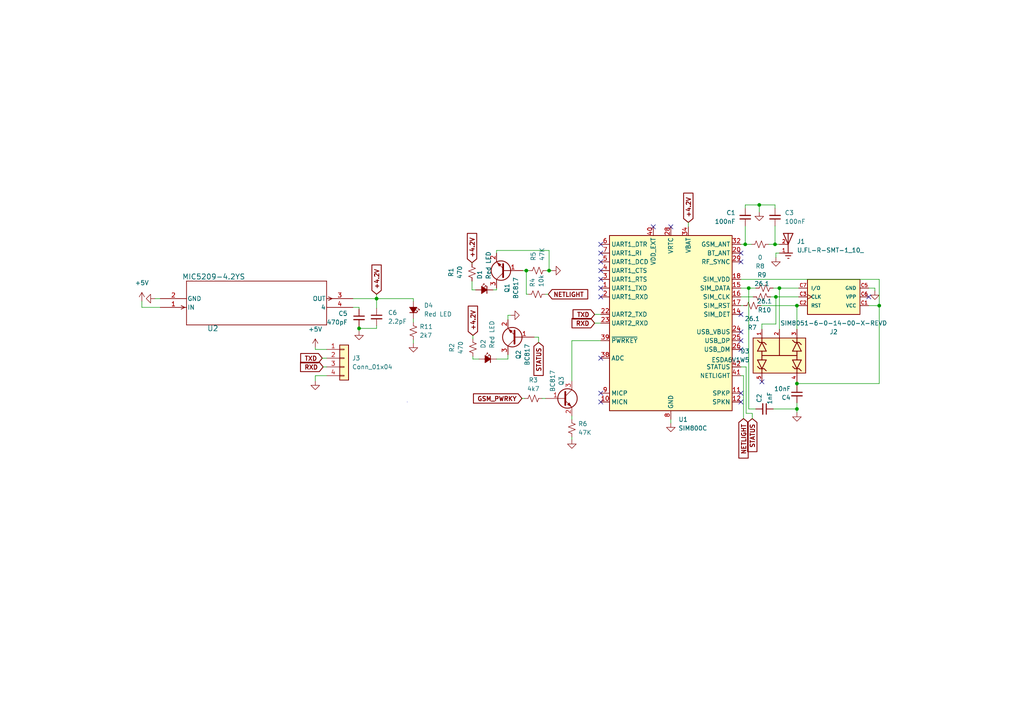
<source format=kicad_sch>
(kicad_sch (version 20231120) (generator "eeschema") (generator_version "8.0")
  (paper "A4")
  (lib_symbols
    (symbol "Connector_Generic:Conn_01x04" (pin_names (offset 1.016) hide)
      (property "Reference" "J" (at 0 5.08 0))
      (property "Value" "Conn_01x04" (at 0 -7.62 0))
      (symbol "Conn_01x04_1_1"
        (rectangle (start -1.27 -4.953) (end 0 -5.207) (stroke (width 0.1524)))
        (rectangle (start -1.27 -2.413) (end 0 -2.667) (stroke (width 0.1524)))
        (rectangle (start -1.27 0.127) (end 0 -0.127) (stroke (width 0.1524)))
        (rectangle (start -1.27 2.667) (end 0 2.413) (stroke (width 0.1524)))
        (rectangle (start -1.27 3.81) (end 1.27 -6.35) (stroke (width 0.254)) (fill (type background)))
        (pin passive line (at -5.08 2.54 0) (length 3.81) (name "Pin_1") (number "1"))
        (pin passive line (at -5.08 0 0) (length 3.81) (name "Pin_2") (number "2"))
        (pin passive line (at -5.08 -2.54 0) (length 3.81) (name "Pin_3") (number "3"))
        (pin passive line (at -5.08 -5.08 0) (length 3.81) (name "Pin_4") (number "4"))
      )
    )
    (symbol "Device:C_Small" (pin_numbers hide) (pin_names (offset 0.254) hide)
      (property "Reference" "C" (at 0.254 1.778 0))
      (property "Value" "C_Small" (at 0.254 -2.032 0))
      (symbol "C_Small_0_1"
        (polyline (pts (xy -1.524 -0.508) (xy 1.524 -0.508)) (stroke (width 0.3302)))
        (polyline (pts (xy -1.524 0.508) (xy 1.524 0.508)) (stroke (width 0.3048)))
      )
      (symbol "C_Small_1_1"
        (pin passive line (at 0 2.54 270) (length 2.032) (name "~") (number "1"))
        (pin passive line (at 0 -2.54 90) (length 2.032) (name "~") (number "2"))
      )
    )
    (symbol "Device:LED_Small_Filled" (pin_numbers hide) (pin_names (offset 0.254) hide)
      (property "Reference" "D" (at -1.27 3.175 0))
      (property "Value" "LED_Small_Filled" (at -4.445 -2.54 0))
      (symbol "LED_Small_Filled_0_1"
        (polyline (pts (xy -0.762 -1.016) (xy -0.762 1.016)) (stroke (width 0.254)))
        (polyline (pts (xy 1.016 0) (xy -0.762 0)))
        (polyline (pts (xy 0.762 -1.016) (xy -0.762 0) (xy 0.762 1.016) (xy 0.762 -1.016)) (stroke (width 0.254)) (fill (type outline)))
        (polyline (pts (xy 0 0.762) (xy -0.508 1.27) (xy -0.254 1.27) (xy -0.508 1.27) (xy -0.508 1.016)))
        (polyline (pts (xy 0.508 1.27) (xy 0 1.778) (xy 0.254 1.778) (xy 0 1.778) (xy 0 1.524)))
      )
      (symbol "LED_Small_Filled_1_1"
        (pin passive line (at -2.54 0 0) (length 1.778) (name "K") (number "1"))
        (pin passive line (at 2.54 0 180) (length 1.778) (name "A") (number "2"))
      )
    )
    (symbol "Device:R_Small_US" (pin_numbers hide) (pin_names (offset 0.254) hide)
      (property "Reference" "R" (at 0.762 0.508 0))
      (property "Value" "R_Small_US" (at 0.762 -1.016 0))
      (symbol "R_Small_US_1_1"
        (polyline (pts (xy 0 0) (xy 1.016 -0.381) (xy 0 -0.762) (xy -1.016 -1.143) (xy 0 -1.524)))
        (polyline (pts (xy 0 1.524) (xy 1.016 1.143) (xy 0 0.762) (xy -1.016 0.381) (xy 0 0)))
        (pin passive line (at 0 2.54 270) (length 1.016) (name "~") (number "1"))
        (pin passive line (at 0 -2.54 90) (length 1.016) (name "~") (number "2"))
      )
    )
    (symbol "ESDA6V1W5:ESDA6V1W5" (pin_names (offset 1.016))
      (property "Reference" "D" (at -5.08 8.89 0))
      (property "Value" "ESDA6V1W5" (at -5.08 -8.89 0))
      (symbol "ESDA6V1W5_0_0"
        (rectangle (start -5.08 -7.62) (end 5.08 7.62) (stroke (width 0.254)) (fill (type background)))
        (polyline (pts (xy -5.08 -5.08) (xy -3.81 -5.08)) (stroke (width 0.254)))
        (polyline (pts (xy -5.08 5.08) (xy -3.81 5.08)) (stroke (width 0.254)))
        (polyline (pts (xy -3.81 -5.715) (xy -3.81 -5.08)) (stroke (width 0.254)))
        (polyline (pts (xy -3.81 -5.08) (xy -3.81 -4.445)) (stroke (width 0.254)))
        (polyline (pts (xy -3.81 -5.08) (xy -1.27 -6.35)) (stroke (width 0.254)))
        (polyline (pts (xy -3.81 -4.445) (xy -4.445 -3.81)) (stroke (width 0.254)))
        (polyline (pts (xy -3.81 4.445) (xy -3.81 5.08)) (stroke (width 0.254)))
        (polyline (pts (xy -3.81 5.08) (xy -3.81 5.715)) (stroke (width 0.254)))
        (polyline (pts (xy -3.81 5.08) (xy -1.27 3.81)) (stroke (width 0.254)))
        (polyline (pts (xy -3.81 5.715) (xy -4.445 6.35)) (stroke (width 0.254)))
        (polyline (pts (xy -3.175 -6.35) (xy -3.81 -5.715)) (stroke (width 0.254)))
        (polyline (pts (xy -3.175 3.81) (xy -3.81 4.445)) (stroke (width 0.254)))
        (polyline (pts (xy -1.27 -6.35) (xy -1.27 -5.08)) (stroke (width 0.254)))
        (polyline (pts (xy -1.27 -5.08) (xy -1.27 -3.81)) (stroke (width 0.254)))
        (polyline (pts (xy -1.27 -3.81) (xy -3.81 -5.08)) (stroke (width 0.254)))
        (polyline (pts (xy -1.27 3.81) (xy -1.27 5.08)) (stroke (width 0.254)))
        (polyline (pts (xy -1.27 5.08) (xy -1.27 6.35)) (stroke (width 0.254)))
        (polyline (pts (xy -1.27 6.35) (xy -3.81 5.08)) (stroke (width 0.254)))
        (polyline (pts (xy 0 -5.08) (xy -1.27 -5.08)) (stroke (width 0.254)))
        (polyline (pts (xy 0 0) (xy -5.08 0)) (stroke (width 0.254)))
        (polyline (pts (xy 0 0) (xy 0 -5.08)) (stroke (width 0.254)))
        (polyline (pts (xy 0 5.08) (xy -1.27 5.08)) (stroke (width 0.254)))
        (polyline (pts (xy 0 5.08) (xy 0 0)) (stroke (width 0.254)))
        (polyline (pts (xy 1.27 -6.35) (xy 3.81 -5.08)) (stroke (width 0.254)))
        (polyline (pts (xy 1.27 -5.08) (xy 0 -5.08)) (stroke (width 0.254)))
        (polyline (pts (xy 1.27 -5.08) (xy 1.27 -6.35)) (stroke (width 0.254)))
        (polyline (pts (xy 1.27 -3.81) (xy 1.27 -5.08)) (stroke (width 0.254)))
        (polyline (pts (xy 1.27 3.81) (xy 3.81 5.08)) (stroke (width 0.254)))
        (polyline (pts (xy 1.27 5.08) (xy 0 5.08)) (stroke (width 0.254)))
        (polyline (pts (xy 1.27 5.08) (xy 1.27 3.81)) (stroke (width 0.254)))
        (polyline (pts (xy 1.27 6.35) (xy 1.27 5.08)) (stroke (width 0.254)))
        (polyline (pts (xy 3.175 -3.81) (xy 3.81 -4.445)) (stroke (width 0.254)))
        (polyline (pts (xy 3.175 6.35) (xy 3.81 5.715)) (stroke (width 0.254)))
        (polyline (pts (xy 3.81 -5.715) (xy 4.445 -6.35)) (stroke (width 0.254)))
        (polyline (pts (xy 3.81 -5.08) (xy 1.27 -3.81)) (stroke (width 0.254)))
        (polyline (pts (xy 3.81 -5.08) (xy 3.81 -5.715)) (stroke (width 0.254)))
        (polyline (pts (xy 3.81 -4.445) (xy 3.81 -5.08)) (stroke (width 0.254)))
        (polyline (pts (xy 3.81 4.445) (xy 4.445 3.81)) (stroke (width 0.254)))
        (polyline (pts (xy 3.81 5.08) (xy 1.27 6.35)) (stroke (width 0.254)))
        (polyline (pts (xy 3.81 5.08) (xy 3.81 4.445)) (stroke (width 0.254)))
        (polyline (pts (xy 3.81 5.715) (xy 3.81 5.08)) (stroke (width 0.254)))
        (polyline (pts (xy 5.08 -5.08) (xy 3.81 -5.08)) (stroke (width 0.254)))
        (polyline (pts (xy 5.08 5.08) (xy 3.81 5.08)) (stroke (width 0.254)))
        (pin passive line (at -7.62 5.08 0) (length 2.54) (name "~") (number "1"))
        (pin passive line (at -7.62 0 0) (length 2.54) (name "~") (number "2"))
        (pin passive line (at -7.62 -5.08 0) (length 2.54) (name "~") (number "3"))
        (pin passive line (at 7.62 -5.08 180) (length 2.54) (name "~") (number "4"))
        (pin passive line (at 7.62 5.08 180) (length 2.54) (name "~") (number "5"))
      )
    )
    (symbol "MIC5209_4_2YM:MIC5209-4.2YS" (pin_names (offset 0.254))
      (property "Reference" "U" (at 27.94 10.16 0))
      (property "Value" "MIC5209-4.2YS" (at 27.94 7.62 0))
      (symbol "MIC5209-4.2YS_0_1"
        (polyline (pts (xy 7.0993 0) (xy 6.0579 -0.5207)) (stroke (width 0.2032)))
        (polyline (pts (xy 7.0993 0) (xy 6.0579 0.5207)) (stroke (width 0.2032)))
        (polyline (pts (xy 7.62 -7.62) (xy 48.26 -7.62)) (stroke (width 0.2032)))
        (polyline (pts (xy 7.62 5.08) (xy 7.62 -7.62)) (stroke (width 0.2032)))
        (polyline (pts (xy 48.26 -7.62) (xy 48.26 5.08)) (stroke (width 0.2032)))
        (polyline (pts (xy 48.26 5.08) (xy 7.62 5.08)) (stroke (width 0.2032)))
        (polyline (pts (xy 48.7807 -3.0607) (xy 49.8221 -2.54)) (stroke (width 0.2032)))
        (polyline (pts (xy 48.7807 -2.0193) (xy 49.8221 -2.54)) (stroke (width 0.2032)))
        (pin input line (at 0 0 0) (length 7.62) (name "IN") (number "1"))
        (pin power_in line (at 0 -2.54 0) (length 7.62) (name "GND") (number "2"))
        (pin output line (at 55.88 -2.54 180) (length 7.62) (name "OUT") (number "3"))
        (pin unspecified line (at 55.88 0 180) (length 7.62) (name "4") (number "4"))
      )
    )
    (symbol "RF_GSM:SIM800C"
      (property "Reference" "U" (at -15.24 26.67 0))
      (property "Value" "SIM800C" (at 12.7 26.67 0))
      (symbol "SIM800C_0_1"
        (rectangle (start -17.78 25.4) (end 17.78 -25.4) (stroke (width 0.254)) (fill (type background)))
      )
      (symbol "SIM800C_1_1"
        (pin output line (at -20.32 10.16 0) (length 2.54) (name "UART1_TXD") (number "1"))
        (pin input line (at -20.32 -22.86 0) (length 2.54) (name "MICN") (number "10"))
        (pin output line (at 20.32 -20.32 180) (length 2.54) (name "SPKP") (number "11"))
        (pin output line (at 20.32 -22.86 180) (length 2.54) (name "SPKN") (number "12"))
        (pin passive line (at 0 -27.94 90) (length 2.54) hide (name "GND") (number "13"))
        (pin input line (at 20.32 2.54 180) (length 2.54) (name "SIM_DET") (number "14"))
        (pin bidirectional line (at 20.32 10.16 180) (length 2.54) (name "SIM_DATA") (number "15"))
        (pin output line (at 20.32 7.62 180) (length 2.54) (name "SIM_CLK") (number "16"))
        (pin output line (at 20.32 5.08 180) (length 2.54) (name "SIM_RST") (number "17"))
        (pin power_out line (at 20.32 12.7 180) (length 2.54) (name "SIM_VDD") (number "18"))
        (pin passive line (at 0 -27.94 90) (length 2.54) hide (name "GND") (number "19"))
        (pin input line (at -20.32 7.62 0) (length 2.54) (name "UART1_RXD") (number "2"))
        (pin passive line (at 20.32 20.32 180) (length 2.54) (name "BT_ANT") (number "20"))
        (pin passive line (at 0 -27.94 90) (length 2.54) hide (name "GND") (number "21"))
        (pin output line (at -20.32 2.54 0) (length 2.54) (name "UART2_TXD") (number "22"))
        (pin input line (at -20.32 0 0) (length 2.54) (name "UART2_RXD") (number "23"))
        (pin input line (at 20.32 -2.54 180) (length 2.54) (name "USB_VBUS") (number "24"))
        (pin bidirectional line (at 20.32 -5.08 180) (length 2.54) (name "USB_DP") (number "25"))
        (pin bidirectional line (at 20.32 -7.62 180) (length 2.54) (name "USB_DM") (number "26"))
        (pin passive line (at 0 -27.94 90) (length 2.54) hide (name "GND") (number "27"))
        (pin power_in line (at 0 27.94 270) (length 2.54) (name "VRTC") (number "28"))
        (pin output line (at 20.32 17.78 180) (length 2.54) (name "RF_SYNC") (number "29"))
        (pin input line (at -20.32 12.7 0) (length 2.54) (name "UART1_RTS") (number "3"))
        (pin passive line (at 0 -27.94 90) (length 2.54) hide (name "GND") (number "30"))
        (pin passive line (at 0 -27.94 90) (length 2.54) hide (name "GND") (number "31"))
        (pin passive line (at 20.32 22.86 180) (length 2.54) (name "GSM_ANT") (number "32"))
        (pin passive line (at 0 -27.94 90) (length 2.54) hide (name "GND") (number "33"))
        (pin power_in line (at 5.08 27.94 270) (length 2.54) (name "VBAT") (number "34"))
        (pin passive line (at 5.08 27.94 270) (length 2.54) hide (name "VBAT") (number "35"))
        (pin passive line (at 0 -27.94 90) (length 2.54) hide (name "GND") (number "36"))
        (pin passive line (at 0 -27.94 90) (length 2.54) hide (name "GND") (number "37"))
        (pin input line (at -20.32 -10.16 0) (length 2.54) (name "ADC") (number "38"))
        (pin input line (at -20.32 -5.08 0) (length 2.54) (name "~{PWRKEY}") (number "39"))
        (pin output line (at -20.32 15.24 0) (length 2.54) (name "UART1_CTS") (number "4"))
        (pin power_out line (at -5.08 27.94 270) (length 2.54) (name "VDD_EXT") (number "40"))
        (pin output line (at 20.32 -15.24 180) (length 2.54) (name "NETLIGHT") (number "41"))
        (pin output line (at 20.32 -12.7 180) (length 2.54) (name "STATUS") (number "42"))
        (pin output line (at -20.32 17.78 0) (length 2.54) (name "UART1_DCD") (number "5"))
        (pin input line (at -20.32 22.86 0) (length 2.54) (name "UART1_DTR") (number "6"))
        (pin output line (at -20.32 20.32 0) (length 2.54) (name "UART1_RI") (number "7"))
        (pin power_in line (at 0 -27.94 90) (length 2.54) (name "GND") (number "8"))
        (pin input line (at -20.32 -20.32 0) (length 2.54) (name "MICP") (number "9"))
      )
    )
    (symbol "SIM8051-6-0-14-00-X-REVD:SIM8051-6-0-14-00-X-REVD" (pin_names (offset 1.016))
      (property "Reference" "J" (at -7.6275 5.5935 0))
      (property "Value" "SIM8051-6-0-14-00-X-REVD" (at -7.6344 -7.6344 0))
      (symbol "SIM8051-6-0-14-00-X-REVD_0_0"
        (rectangle (start -7.62 -5.08) (end 7.62 5.08) (stroke (width 0.254)) (fill (type background)))
        (pin power_in line (at 10.16 2.54 180) (length 2.54) (name "VCC") (number "C1"))
        (pin input line (at -10.16 2.54 0) (length 2.54) (name "RST") (number "C2"))
        (pin input clock (at -10.16 0 0) (length 2.54) (name "CLK") (number "C3"))
        (pin power_in line (at 10.16 -2.54 180) (length 2.54) (name "GND") (number "C5"))
        (pin power_in line (at 10.16 0 180) (length 2.54) (name "VPP") (number "C6"))
        (pin bidirectional line (at -10.16 -2.54 0) (length 2.54) (name "I/O") (number "C7"))
      )
    )
    (symbol "Transistor_BJT:BC817" (pin_names (offset 0) hide)
      (property "Reference" "Q" (at 5.08 1.905 0))
      (property "Value" "BC817" (at 5.08 0 0))
      (symbol "BC817_0_1"
        (polyline (pts (xy 0.635 0.635) (xy 2.54 2.54)))
        (polyline (pts (xy 0.635 -0.635) (xy 2.54 -2.54) (xy 2.54 -2.54)))
        (polyline (pts (xy 0.635 1.905) (xy 0.635 -1.905) (xy 0.635 -1.905)) (stroke (width 0.508)))
        (polyline (pts (xy 1.27 -1.778) (xy 1.778 -1.27) (xy 2.286 -2.286) (xy 1.27 -1.778) (xy 1.27 -1.778)) (fill (type outline)))
        (circle (center 1.27 0) (radius 2.8194) (stroke (width 0.254)))
      )
      (symbol "BC817_1_1"
        (pin input line (at -5.08 0 0) (length 5.715) (name "B") (number "1"))
        (pin passive line (at 2.54 -5.08 90) (length 2.54) (name "E") (number "2"))
        (pin passive line (at 2.54 5.08 270) (length 2.54) (name "C") (number "3"))
      )
    )
    (symbol "U.FL-R-SMT-1_10_:U.FL-R-SMT-1_10_" (pin_names (offset 1.016))
      (property "Reference" "J" (at -2.5406 5.0869 0))
      (property "Value" "U.FL-R-SMT-1_10_" (at -2.6677 -7.6346 0))
      (symbol "U.FL-R-SMT-1_10__0_0"
        (polyline (pts (xy -1.397 3.175) (xy 0 3.175)) (stroke (width 0.254)))
        (polyline (pts (xy -0.762 -3.302) (xy 0.762 -3.302)) (stroke (width 0.254)))
        (polyline (pts (xy -0.127 -4.064) (xy 0.254 -4.064)) (stroke (width 0.254)))
        (polyline (pts (xy 0 -2.54) (xy -1.27 -2.54)) (stroke (width 0.254)))
        (polyline (pts (xy 0 -2.54) (xy 1.27 -2.54)) (stroke (width 0.254)))
        (polyline (pts (xy 0 0) (xy -1.397 3.175)) (stroke (width 0.254)))
        (polyline (pts (xy 0 0) (xy 0 -2.54)) (stroke (width 0.254)))
        (polyline (pts (xy 0 3.175) (xy 0 0)) (stroke (width 0.254)))
        (polyline (pts (xy 0 3.175) (xy 1.397 3.175)) (stroke (width 0.254)))
        (polyline (pts (xy 1.397 3.175) (xy 0 0)) (stroke (width 0.254)))
        (pin passive line (at -2.54 -2.54 0) (length 2.54) (name "~") (number "1"))
        (pin passive line (at -2.54 0 0) (length 2.54) (name "~") (number "2"))
      )
    )
    (symbol "power:+5V" (power) (pin_names (offset 0))
      (property "Value" "+5V" (at 0 3.556 0))
      (symbol "+5V_0_1"
        (polyline (pts (xy -0.762 1.27) (xy 0 2.54)))
        (polyline (pts (xy 0 0) (xy 0 2.54)))
        (polyline (pts (xy 0 2.54) (xy 0.762 1.27)))
      )
      (symbol "+5V_1_1"
        (pin power_in line (at 0 0 90) (length 0) hide (name "+5V") (number "1"))
      )
    )
    (symbol "power:GND" (power) (pin_names (offset 0))
      (property "Value" "GND" (at 0 -3.81 0))
      (symbol "GND_0_1"
        (polyline (pts (xy 0 0) (xy 0 -1.27) (xy 1.27 -1.27) (xy 0 -2.54) (xy -1.27 -1.27) (xy 0 -1.27)))
      )
      (symbol "GND_1_1"
        (pin power_in line (at 0 0 270) (length 0) hide (name "GND") (number "1"))
      )
    )
  )
  (junction (at 255.016 88.646))
  (junction (at 152.654 78.486))
  (junction (at 226.06 83.566))
  (junction (at 159.258 78.486))
  (junction (at 220.218 59.436))
  (junction (at 231.14 118.618))
  (junction (at 217.17 83.566))
  (junction (at 224.79 70.866))
  (junction (at 231.14 88.646))
  (junction (at 104.14 95.25))
  (junction (at 231.14 111.252))
  (junction (at 225.044 86.106))
  (junction (at 109.22 86.614))
  (junction (at 216.154 70.866))
  (no_connect (at 251.968 86.106))
  (no_connect (at 174.244 78.486))
  (no_connect (at 174.244 114.046))
  (no_connect (at 214.884 96.266))
  (no_connect (at 189.484 65.786))
  (no_connect (at 214.884 91.186))
  (no_connect (at 174.244 70.866))
  (no_connect (at 174.244 103.886))
  (no_connect (at 174.244 116.586))
  (no_connect (at 214.884 75.946))
  (no_connect (at 174.244 75.946))
  (no_connect (at 174.244 81.026))
  (no_connect (at 174.244 83.566))
  (no_connect (at 214.884 98.806))
  (no_connect (at 214.884 114.046))
  (no_connect (at 220.98 110.744))
  (no_connect (at 214.884 73.406))
  (no_connect (at 194.564 65.786))
  (no_connect (at 174.244 86.106))
  (no_connect (at 214.884 116.586))
  (no_connect (at 174.244 73.406))
  (no_connect (at 214.884 101.346))
  (wire (pts (xy 91.44 108.966) (xy 94.742 108.966)))
  (wire (pts (xy 218.186 121.412) (xy 218.186 119.888)))
  (wire (pts (xy 172.466 91.186) (xy 174.244 91.186)))
  (wire (pts (xy 148.082 91.44) (xy 147.32 91.44)))
  (wire (pts (xy 231.14 118.618) (xy 231.14 116.84)))
  (wire (pts (xy 156.21 97.79) (xy 154.94 97.79)))
  (wire (pts (xy 225.044 86.106) (xy 231.648 86.106)))
  (wire (pts (xy 109.22 85.344) (xy 109.22 86.614)))
  (wire (pts (xy 255.016 111.252) (xy 231.14 111.252)))
  (wire (pts (xy 159.258 72.644) (xy 159.258 78.486)))
  (wire (pts (xy 138.938 104.14) (xy 137.16 104.14)))
  (wire (pts (xy 220.218 59.436) (xy 220.218 61.468)))
  (wire (pts (xy 144.018 72.644) (xy 159.258 72.644)))
  (wire (pts (xy 216.154 70.866) (xy 217.932 70.866)))
  (wire (pts (xy 231.14 88.646) (xy 231.648 88.646)))
  (wire (pts (xy 214.884 70.866) (xy 216.154 70.866)))
  (wire (pts (xy 109.22 94.488) (xy 109.22 95.25)))
  (wire (pts (xy 216.154 59.436) (xy 220.218 59.436)))
  (wire (pts (xy 226.06 83.566) (xy 231.648 83.566)))
  (wire (pts (xy 217.17 83.566) (xy 219.202 83.566)))
  (wire (pts (xy 144.018 73.406) (xy 144.018 72.644)))
  (wire (pts (xy 119.888 92.456) (xy 119.888 93.472)))
  (wire (pts (xy 41.148 87.376) (xy 41.148 89.154)))
  (wire (pts (xy 147.32 91.44) (xy 147.32 92.71)))
  (wire (pts (xy 152.654 85.344) (xy 152.654 78.486)))
  (wire (pts (xy 172.466 93.726) (xy 174.244 93.726)))
  (wire (pts (xy 102.362 89.154) (xy 104.14 89.154)))
  (wire (pts (xy 216.154 65.532) (xy 216.154 70.866)))
  (wire (pts (xy 165.862 121.666) (xy 165.862 120.65)))
  (wire (pts (xy 226.06 83.566) (xy 226.06 95.504)))
  (wire (pts (xy 147.32 104.14) (xy 144.018 104.14)))
  (wire (pts (xy 109.22 86.614) (xy 109.22 89.408)))
  (wire (pts (xy 199.644 64.516) (xy 199.644 65.786)))
  (wire (pts (xy 91.44 100.838) (xy 91.44 101.346)))
  (wire (pts (xy 225.044 74.676) (xy 225.044 73.406)))
  (wire (pts (xy 223.012 70.866) (xy 224.79 70.866)))
  (wire (pts (xy 217.17 83.566) (xy 217.17 118.618)))
  (wire (pts (xy 119.888 86.614) (xy 119.888 87.376)))
  (wire (pts (xy 153.162 85.344) (xy 152.654 85.344)))
  (wire (pts (xy 223.52 86.106) (xy 225.044 86.106)))
  (wire (pts (xy 102.362 86.614) (xy 109.22 86.614)))
  (wire (pts (xy 137.16 98.298) (xy 137.16 97.282)))
  (wire (pts (xy 218.186 119.888) (xy 216.408 119.888)))
  (wire (pts (xy 136.906 84.074) (xy 137.922 84.074)))
  (wire (pts (xy 104.14 94.742) (xy 104.14 95.25)))
  (wire (pts (xy 225.044 93.98) (xy 225.044 86.106)))
  (wire (pts (xy 220.726 88.646) (xy 231.14 88.646)))
  (wire (pts (xy 231.14 118.618) (xy 231.14 119.634)))
  (wire (pts (xy 136.906 76.2) (xy 136.906 76.454)))
  (wire (pts (xy 224.79 70.866) (xy 226.06 70.866)))
  (wire (pts (xy 157.226 115.57) (xy 158.242 115.57)))
  (wire (pts (xy 224.79 59.436) (xy 224.79 60.452)))
  (wire (pts (xy 231.14 110.744) (xy 231.14 111.252)))
  (wire (pts (xy 253.746 83.566) (xy 251.968 83.566)))
  (polyline (pts (xy 118.11 116.586) (xy 118.11 116.586)))
  (wire (pts (xy 137.16 104.14) (xy 137.16 103.378)))
  (wire (pts (xy 109.22 95.25) (xy 104.14 95.25)))
  (wire (pts (xy 214.884 81.026) (xy 255.016 81.026)))
  (wire (pts (xy 216.408 119.888) (xy 216.408 106.426)))
  (wire (pts (xy 231.14 111.252) (xy 231.14 111.76)))
  (wire (pts (xy 91.44 101.346) (xy 94.742 101.346)))
  (wire (pts (xy 158.496 78.486) (xy 159.258 78.486)))
  (wire (pts (xy 151.384 115.57) (xy 152.146 115.57)))
  (wire (pts (xy 214.884 88.646) (xy 215.646 88.646)))
  (wire (pts (xy 224.282 118.618) (xy 231.14 118.618)))
  (wire (pts (xy 253.746 84.328) (xy 253.746 83.566)))
  (wire (pts (xy 165.862 98.806) (xy 174.244 98.806)))
  (wire (pts (xy 41.148 89.154) (xy 46.482 89.154)))
  (wire (pts (xy 255.016 88.646) (xy 251.968 88.646)))
  (wire (pts (xy 104.14 89.154) (xy 104.14 89.662)))
  (wire (pts (xy 93.472 103.886) (xy 94.742 103.886)))
  (wire (pts (xy 136.906 81.534) (xy 136.906 84.074)))
  (wire (pts (xy 214.884 83.566) (xy 217.17 83.566)))
  (wire (pts (xy 217.17 118.618) (xy 219.202 118.618)))
  (wire (pts (xy 44.958 86.614) (xy 46.482 86.614)))
  (wire (pts (xy 147.32 102.87) (xy 147.32 104.14)))
  (wire (pts (xy 255.016 88.646) (xy 255.016 111.252)))
  (wire (pts (xy 214.884 86.106) (xy 218.44 86.106)))
  (wire (pts (xy 224.282 83.566) (xy 226.06 83.566)))
  (wire (pts (xy 216.408 106.426) (xy 214.884 106.426)))
  (wire (pts (xy 144.018 84.074) (xy 144.018 83.566)))
  (wire (pts (xy 220.98 95.504) (xy 220.98 93.98)))
  (wire (pts (xy 104.14 95.25) (xy 104.14 96.012)))
  (wire (pts (xy 216.154 60.452) (xy 216.154 59.436)))
  (wire (pts (xy 91.44 110.49) (xy 91.44 108.966)))
  (wire (pts (xy 225.044 73.406) (xy 226.06 73.406)))
  (wire (pts (xy 159.258 78.486) (xy 160.02 78.486)))
  (wire (pts (xy 152.654 78.486) (xy 153.416 78.486)))
  (wire (pts (xy 151.638 78.486) (xy 152.654 78.486)))
  (wire (pts (xy 194.564 121.666) (xy 194.564 122.682)))
  (wire (pts (xy 93.726 106.426) (xy 94.742 106.426)))
  (wire (pts (xy 119.888 98.552) (xy 119.888 99.568)))
  (wire (pts (xy 220.98 93.98) (xy 225.044 93.98)))
  (wire (pts (xy 158.242 85.344) (xy 159.004 85.344)))
  (wire (pts (xy 224.79 65.532) (xy 224.79 70.866)))
  (wire (pts (xy 109.22 86.614) (xy 119.888 86.614)))
  (wire (pts (xy 231.14 88.646) (xy 231.14 95.504)))
  (wire (pts (xy 143.002 84.074) (xy 144.018 84.074)))
  (wire (pts (xy 165.862 110.49) (xy 165.862 98.806)))
  (wire (pts (xy 215.646 121.412) (xy 215.646 108.966)))
  (wire (pts (xy 165.862 127.508) (xy 165.862 126.746)))
  (wire (pts (xy 156.21 99.314) (xy 156.21 97.79)))
  (wire (pts (xy 220.218 59.436) (xy 224.79 59.436)))
  (wire (pts (xy 255.016 81.026) (xy 255.016 88.646)))
  (wire (pts (xy 215.646 108.966) (xy 214.884 108.966)))
  (global_label "+4.2V" (shape input) (at 109.22 85.344 90) (effects (font (bold yes))) (property "Intersheetrefs" "${INTERSHEET_REFS}" (effects (hide yes))))
  (global_label "TXD" (shape input) (at 93.472 103.886 180) (effects (font (bold yes))) (property "Intersheetrefs" "${INTERSHEET_REFS}" (effects (hide yes))))
  (global_label "NETLIGHT" (shape input) (at 159.004 85.344 0) (effects (font (thickness 0.254) (bold yes))) (property "Intersheetrefs" "${INTERSHEET_REFS}" (effects (hide yes))))
  (global_label "+4.2V" (shape input) (at 136.906 76.2 90) (effects (font (bold yes))) (property "Intersheetrefs" "${INTERSHEET_REFS}" (effects (hide yes))))
  (global_label "+4.2V" (shape input) (at 199.644 64.516 90) (effects (font (bold yes))) (property "Intersheetrefs" "${INTERSHEET_REFS}" (effects (hide yes))))
  (global_label "STATUS" (shape input) (at 156.21 99.314 270) (effects (font (thickness 0.254) (bold yes))) (property "Intersheetrefs" "${INTERSHEET_REFS}" (effects (hide yes))))
  (global_label "STATUS" (shape input) (at 218.186 121.412 270) (effects (font (thickness 0.254) (bold yes))) (property "Intersheetrefs" "${INTERSHEET_REFS}" (effects (hide yes))))
  (global_label "GSM_PWRKY" (shape input) (at 151.384 115.57 180) (effects (font (bold yes))) (property "Intersheetrefs" "${INTERSHEET_REFS}" (effects (hide yes))))
  (global_label "NETLIGHT" (shape input) (at 215.646 121.412 270) (effects (font (thickness 0.254) (bold yes))) (property "Intersheetrefs" "${INTERSHEET_REFS}" (effects (hide yes))))
  (global_label "+4.2V" (shape input) (at 137.16 97.282 90) (effects (font (bold yes))) (property "Intersheetrefs" "${INTERSHEET_REFS}" (effects (hide yes))))
  (global_label "TXD" (shape input) (at 172.466 91.186 180) (effects (font (bold yes))) (property "Intersheetrefs" "${INTERSHEET_REFS}" (effects (hide yes))))
  (global_label "RXD" (shape input) (at 172.466 93.726 180) (effects (font (bold yes))) (property "Intersheetrefs" "${INTERSHEET_REFS}" (effects (hide yes))))
  (global_label "RXD" (shape input) (at 93.726 106.426 180) (effects (font (bold yes))) (property "Intersheetrefs" "${INTERSHEET_REFS}" (effects (hide yes))))
  (symbol (lib_id "power:GND") (at 253.746 84.328 0) (unit 1)
    (property "Reference" "#PWR08" (effects (hide yes)))
    (property "Value" "GND" (effects (hide yes)))
  )
  (symbol (lib_id "Device:LED_Small_Filled") (at 119.888 89.916 270) (mirror x) (unit 1)
    (property "Reference" "D4" (at 122.936 88.5825 90) (effects (justify left)))
    (property "Value" "Red LED" (at 122.936 91.1225 90) (effects (justify left)))
    (property "Footprint" "LED_SMD:LED_0805_2012Metric" (effects (hide yes)))
    (property "Datasheet" "https://www.lcsc.com/datasheet/lcsc_datasheet_2105251941_OSRAM-Opto-Semicon-LY-Y876-Q2S1-26-0-20-R18-Z_C2830558.pdf" (effects (hide yes)))
    (property "LCSC" "C2830558" (effects (hide yes)))
  )
  (symbol (lib_id "Device:C_Small") (at 221.742 118.618 270) (unit 1)
    (property "Reference" "C2" (at 220.218 116.84 0) (effects (justify right)))
    (property "Value" "1nF" (at 223.266 117.348 0) (effects (justify right)))
    (property "Footprint" "Capacitor_SMD:C_0805_2012Metric" (effects (hide yes)))
    (property "Datasheet" "https://datasheet.lcsc.com/lcsc/2304140030_FH--Guangdong-Fenghua-Advanced-Tech-0805B102K500NT_C46553.pdf?_gl=1*fxkdn3*_ga*Njc1MDEyMTQ1LjE2OTU3MjE5MjE.*_ga_98M84MKSZH*MTcxMDMwNjYyNC4xNy4wLjE3MTAzMDY2MjQuNjAuMC4w" (effects (hide yes)))
    (property "LCSC" "C38141" (effects (hide yes)))
  )
  (symbol (lib_id "Device:R_Small_US") (at 221.742 83.566 270) (unit 1)
    (property "Reference" "R10" (at 221.742 89.916 90))
    (property "Value" "26.1" (at 221.742 87.376 90))
    (property "Footprint" "Resistor_SMD:R_0402_1005Metric" (effects (hide yes)))
    (property "Datasheet" "https://www.lcsc.com/datasheet/lcsc_datasheet_2206021245_VO-SCR0402F26R1_C3015735.pdf" (effects (hide yes)))
    (property "LCSC" "C3015735" (effects (hide yes)))
  )
  (symbol (lib_id "SIM8051-6-0-14-00-X-REVD:SIM8051-6-0-14-00-X-REVD") (at 241.808 86.106 0) (mirror x) (unit 1)
    (property "Reference" "J2" (at 241.808 96.266 0))
    (property "Value" "SIM8051-6-0-14-00-X-REVD" (at 241.808 93.726 0))
    (property "Footprint" "SIM8051_6_0_14_00_A:GCT_SIM8051-6-0-14-00-X-REVD" (effects (hide yes)))
    (property "MANUFACTURER" "GCT" (effects (hide yes)))
  )
  (symbol (lib_id "power:GND") (at 165.862 127.508 0) (unit 1)
    (property "Reference" "#PWR03" (effects (hide yes)))
    (property "Value" "GND" (effects (hide yes)))
  )
  (symbol (lib_id "Device:C_Small") (at 216.154 62.992 0) (mirror x) (unit 1)
    (property "Reference" "C1" (at 213.36 61.7156 0) (effects (justify right)))
    (property "Value" "100nF" (at 213.36 64.2556 0) (effects (justify right)))
    (property "Footprint" "Capacitor_SMD:C_0805_2012Metric" (effects (hide yes)))
    (property "Datasheet" "https://datasheet.lcsc.com/lcsc/2304140030_FH--Guangdong-Fenghua-Advanced-Tech-0805B104K500NT_C38141.pdf?_gl=1*1kqcfo9*_ga*Njc1MDEyMTQ1LjE2OTU3MjE5MjE.*_ga_98M84MKSZH*MTcxMDMwNjYyNC4xNy4xLjE3MTAzMDg4MDcuNjAuMC4w" (effects (hide yes)))
    (property "LCSC" "C38141" (effects (hide yes)))
  )
  (symbol (lib_id "U.FL-R-SMT-1_10_:U.FL-R-SMT-1_10_") (at 228.6 70.866 0) (unit 1)
    (property "Reference" "J1" (at 231.14 70.0405 0) (effects (justify left)))
    (property "Value" "U.FL-R-SMT-1_10_" (at 231.14 72.5805 0) (effects (justify left)))
    (property "Footprint" "U.FL-R-SMT-1_10_:HRS_U.FL-R-SMT-1_10_" (effects (hide yes)))
    (property "Description" "\nU.FL (UMCC) Connector Receptacle, Male Pin 50 Ohms Surface Mount Solder\n" (effects (hide yes)))
    (property "DigiKey_Part_Number" "H11891TR-ND" (effects (hide yes)))
    (property "MF" "Hirose" (effects (hide yes)))
    (property "DESCRIPTION" "U.FL Series 6 Ghz 50 Ohm Ultra-small SMT Coaxial Cable Receptacle" (effects (hide yes)))
    (property "PACKAGE" "None" (effects (hide yes)))
    (property "PRICE" "0.71 USD" (effects (hide yes)))
    (property "Package" "None" (effects (hide yes)))
    (property "Check_prices" "https://www.snapeda.com/parts/U.FL-R-SMT-1(10)/Hirose+Electric+Co+Ltd/view-part/?ref=eda" (effects (hide yes)))
    (property "STANDARD" "Manufacturer Recommendation" (effects (hide yes)))
    (property "SnapEDA_Link" "https://www.snapeda.com/parts/U.FL-R-SMT-1(10)/Hirose+Electric+Co+Ltd/view-part/?ref=snap" (effects (hide yes)))
    (property "MP" "U.FL-R-SMT-1(10)" (effects (hide yes)))
    (property "Purchase-URL" "https://www.snapeda.com/api/url_track_click_mouser/?unipart_id=55192&manufacturer=Hirose&part_name=U.FL-R-SMT-1(10)&search_term=None" (effects (hide yes)))
    (property "AVAILABILITY" "Good" (effects (hide yes)))
    (property "MANUFACTURER" "Hirose" (effects (hide yes)))
  )
  (symbol (lib_id "power:GND") (at 225.044 74.676 0) (unit 1)
    (property "Reference" "#PWR06" (effects (hide yes)))
    (property "Value" "GND" (effects (hide yes)))
  )
  (symbol (lib_id "RF_GSM:SIM800C") (at 194.564 93.726 0) (unit 1)
    (property "Reference" "U1" (at 196.7581 121.666 0) (effects (justify left)))
    (property "Value" "SIM800C" (at 196.7581 124.206 0) (effects (justify left)))
    (property "Footprint" "RF_GSM:SIMCom_SIM800C" (effects (hide yes)))
    (property "Datasheet" "http://simcom.ee/documents/SIM800C/SIM800C_Hardware_Design_V1.05.pdf" (effects (hide yes)))
    (property "LCSC" "C69119" (effects (hide yes)))
  )
  (symbol (lib_id "power:GND") (at 148.082 91.44 90) (unit 1)
    (property "Reference" "#PWR01" (effects (hide yes)))
    (property "Value" "GND" (effects (hide yes)))
  )
  (symbol (lib_id "Device:R_Small_US") (at 165.862 124.206 0) (unit 1)
    (property "Reference" "R6" (at 167.6764 122.936 0) (effects (justify left)))
    (property "Value" "47K" (at 167.6764 125.476 0) (effects (justify left)))
    (property "Footprint" "Resistor_SMD:R_0603_1608Metric" (effects (hide yes)))
    (property "Datasheet" "https://www.lcsc.com/datasheet/lcsc_datasheet_2210190030_YAGEO-RT0603BRB0747KL_C860407.pdf" (effects (hide yes)))
    (property "LCSC" "C860407" (effects (hide yes)))
  )
  (symbol (lib_id "Device:LED_Small_Filled") (at 140.462 84.074 0) (mirror y) (unit 1)
    (property "Reference" "D1" (at 139.1285 81.026 90) (effects (justify left)))
    (property "Value" "Red LED" (at 141.6685 81.026 90) (effects (justify left)))
    (property "Footprint" "LED_SMD:LED_0805_2012Metric" (effects (hide yes)))
    (property "Datasheet" "https://www.lcsc.com/datasheet/lcsc_datasheet_2105251941_OSRAM-Opto-Semicon-LY-Y876-Q2S1-26-0-20-R18-Z_C2830558.pdf" (effects (hide yes)))
    (property "LCSC" "C2830558" (effects (hide yes)))
  )
  (symbol (lib_id "Device:R_Small_US") (at 155.702 85.344 270) (unit 1)
    (property "Reference" "R4" (at 154.432 83.312 0) (effects (justify right)))
    (property "Value" "10k" (at 156.972 83.312 0) (effects (justify right)))
    (property "Footprint" "Resistor_SMD:R_0805_2012Metric" (effects (hide yes)))
    (property "Datasheet" "https://datasheet.lcsc.com/lcsc/2304140030_Viking-Tech-ARG05FTC1002_C217770.pdf?_gl=1*wtcrtq*_ga*Njc1MDEyMTQ1LjE2OTU3MjE5MjE.*_ga_98M84MKSZH*MTcxMDMxMDczOC4xOC4xLjE3MTAzMTA3NDMuNTUuMC4w" (effects (hide yes)))
    (property "LCSC" "C217770" (effects (hide yes)))
  )
  (symbol (lib_id "power:+5V") (at 91.44 100.838 0) (unit 1)
    (property "Reference" "#PWR013" (effects (hide yes)))
    (property "Value" "+5V" (at 91.44 95.504 0))
  )
  (symbol (lib_id "Device:R_Small_US") (at 220.98 86.106 270) (mirror x) (unit 1)
    (property "Reference" "R9" (at 220.98 79.756 90))
    (property "Value" "26.1" (at 220.98 82.296 90))
    (property "Footprint" "Resistor_SMD:R_0402_1005Metric" (effects (hide yes)))
    (property "Datasheet" "https://www.lcsc.com/datasheet/lcsc_datasheet_2206021245_VO-SCR0402F26R1_C3015735.pdf" (effects (hide yes)))
    (property "LCSC" "C3015735" (effects (hide yes)))
  )
  (symbol (lib_id "power:GND") (at 160.02 78.486 90) (unit 1)
    (property "Reference" "#PWR02" (effects (hide yes)))
    (property "Value" "GND" (effects (hide yes)))
  )
  (symbol (lib_id "Device:C_Small") (at 104.14 92.202 0) (mirror y) (unit 1)
    (property "Reference" "C5" (at 100.838 90.9383 0) (effects (justify left)))
    (property "Value" "470pF" (at 100.838 93.4783 0) (effects (justify left)))
    (property "Footprint" "Capacitor_SMD:C_0805_2012Metric" (effects (hide yes)))
    (property "Datasheet" "https://www.lcsc.com/datasheet/lcsc_datasheet_2304140030_FH--Guangdong-Fenghua-Advanced-Tech-0805B471K500NT_C1743.pdf" (effects (hide yes)))
    (property "LCSC" "C1743" (effects (hide yes)))
  )
  (symbol (lib_id "MIC5209_4_2YM:MIC5209-4.2YS") (at 46.482 89.154 0) (mirror x) (unit 1)
    (property "Reference" "U2" (at 61.722 95.25 0) (effects (font (size 1.524 1.524))))
    (property "Value" "MIC5209-4.2YS" (at 61.976 80.264 0) (effects (font (size 1.524 1.524))))
    (property "Footprint" "MIC5209_4_2YS:SOT-223_S_MCL" (effects (hide yes)))
    (property "Datasheet" "https://www.lcsc.com/datasheet/lcsc_datasheet_2210171900_Microchip-Tech-MIC5209-4-2YS_C638643.pdf" (effects (hide yes)))
    (property "LCSC" "C638643" (effects (hide yes)))
  )
  (symbol (lib_id "power:GND") (at 194.564 122.682 0) (unit 1)
    (property "Reference" "#PWR04" (effects (hide yes)))
    (property "Value" "GND" (effects (hide yes)))
  )
  (symbol (lib_id "Transistor_BJT:BC817") (at 163.322 115.57 0) (unit 1)
    (property "Reference" "Q3" (at 162.814 110.49 90))
    (property "Value" "BC817" (at 160.274 110.49 90))
    (property "Footprint" "Package_TO_SOT_SMD:SOT-23" (effects (hide yes)))
    (property "Datasheet" "https://www.onsemi.com/pub/Collateral/BC818-D.pdf" (effects (hide yes)))
  )
  (symbol (lib_id "Transistor_BJT:BC817") (at 146.558 78.486 180) (unit 1)
    (property "Reference" "Q1" (at 147.066 83.566 90))
    (property "Value" "BC817" (at 149.606 83.566 90))
    (property "Footprint" "Package_TO_SOT_SMD:SOT-23" (effects (hide yes)))
    (property "Datasheet" "https://www.onsemi.com/pub/Collateral/BC818-D.pdf" (effects (hide yes)))
  )
  (symbol (lib_id "ESDA6V1W5:ESDA6V1W5") (at 226.06 103.124 90) (mirror x) (unit 1)
    (property "Reference" "D3" (at 217.424 101.854 90) (effects (justify left)))
    (property "Value" "ESDA6V1W5" (at 217.424 104.394 90) (effects (justify left)))
    (property "Footprint" "ESDA6V1W5:SOT65P210X110-5N" (effects (hide yes)))
    (property "Description" "\n- Clamp - Ipp Tvs Diode Surface Mount SOT-323-5\n" (effects (hide yes)))
    (property "DigiKey_Part_Number" "497-7228-2-ND" (effects (hide yes)))
    (property "MF" "STMicroelectronics" (effects (hide yes)))
    (property "MAXIMUM_PACKAGE_HEIGHT" "1.10mm" (effects (hide yes)))
    (property "Package" "SOT-323 STMicroelectronics" (effects (hide yes)))
    (property "Check_prices" "https://www.snapeda.com/parts/ESDA6V1W5/STMicroelectronics/view-part/?ref=eda" (effects (hide yes)))
    (property "STANDARD" "IPC-7351B" (effects (hide yes)))
    (property "PARTREV" "2" (effects (hide yes)))
    (property "SnapEDA_Link" "https://www.snapeda.com/parts/ESDA6V1W5/STMicroelectronics/view-part/?ref=snap" (effects (hide yes)))
    (property "MP" "ESDA6V1W5" (effects (hide yes)))
    (property "Purchase-URL" "https://www.snapeda.com/api/url_track_click_mouser/?unipart_id=225154&manufacturer=STMicroelectronics&part_name=ESDA6V1W5&search_term= esda6v1w5" (effects (hide yes)))
    (property "MANUFACTURER" "STMicroelectronics" (effects (hide yes)))
  )
  (symbol (lib_id "power:GND") (at 104.14 96.012 0) (unit 1)
    (property "Reference" "#PWR011" (effects (hide yes)))
    (property "Value" "GND" (effects (hide yes)))
  )
  (symbol (lib_id "Device:R_Small_US") (at 220.472 70.866 270) (unit 1)
    (property "Reference" "R8" (at 220.472 77.216 90))
    (property "Value" "0" (at 220.472 74.676 90))
    (property "Footprint" "Resistor_SMD:R_0402_1005Metric" (effects (hide yes)))
    (property "Datasheet" "https://www.lcsc.com/datasheet/lcsc_datasheet_2205131800_VO-SCR0402J0R_C3017451.pdf" (effects (hide yes)))
    (property "LCSC" "C3017451" (effects (hide yes)))
  )
  (symbol (lib_id "Device:R_Small_US") (at 218.186 88.646 270) (unit 1)
    (property "Reference" "R7" (at 218.186 94.996 90))
    (property "Value" "26.1" (at 218.186 92.456 90))
    (property "Footprint" "Resistor_SMD:R_0402_1005Metric" (effects (hide yes)))
    (property "Datasheet" "https://www.lcsc.com/datasheet/lcsc_datasheet_2206021245_VO-SCR0402F26R1_C3015735.pdf" (effects (hide yes)))
    (property "LCSC" "C3015735" (effects (hide yes)))
  )
  (symbol (lib_id "power:GND") (at 91.44 110.49 0) (unit 1)
    (property "Reference" "#PWR014" (effects (hide yes)))
    (property "Value" "GND" (effects (hide yes)))
  )
  (symbol (lib_id "Transistor_BJT:BC817") (at 149.86 97.79 180) (unit 1)
    (property "Reference" "Q2" (at 150.368 102.87 90))
    (property "Value" "BC817" (at 152.908 102.87 90))
    (property "Footprint" "Package_TO_SOT_SMD:SOT-23" (effects (hide yes)))
    (property "Datasheet" "https://www.onsemi.com/pub/Collateral/BC818-D.pdf" (effects (hide yes)))
  )
  (symbol (lib_id "Device:LED_Small_Filled") (at 141.478 104.14 0) (mirror y) (unit 1)
    (property "Reference" "D2" (at 140.1445 101.092 90) (effects (justify left)))
    (property "Value" "Red LED" (at 142.6845 101.092 90) (effects (justify left)))
    (property "Footprint" "LED_SMD:LED_0805_2012Metric" (effects (hide yes)))
    (property "Datasheet" "https://www.lcsc.com/datasheet/lcsc_datasheet_2105251941_OSRAM-Opto-Semicon-LY-Y876-Q2S1-26-0-20-R18-Z_C2830558.pdf" (effects (hide yes)))
    (property "LCSC" "C2830558" (effects (hide yes)))
  )
  (symbol (lib_id "power:GND") (at 231.14 119.634 0) (unit 1)
    (property "Reference" "#PWR07" (effects (hide yes)))
    (property "Value" "GND" (effects (hide yes)))
  )
  (symbol (lib_id "power:GND") (at 119.888 99.568 0) (unit 1)
    (property "Reference" "#PWR012" (effects (hide yes)))
    (property "Value" "GND" (effects (hide yes)))
  )
  (symbol (lib_id "Connector_Generic:Conn_01x04") (at 99.822 103.886 0) (unit 1)
    (property "Reference" "J3" (at 102.108 103.886 0) (effects (justify left)))
    (property "Value" "Conn_01x04" (at 102.108 106.426 0) (effects (justify left)))
  )
  (symbol (lib_id "Device:C_Small") (at 109.22 91.948 0) (unit 1)
    (property "Reference" "C6" (at 112.522 90.6843 0) (effects (justify left)))
    (property "Value" "2.2pF" (at 112.522 93.2243 0) (effects (justify left)))
    (property "Footprint" "Capacitor_SMD:C_0805_2012Metric" (effects (hide yes)))
    (property "Datasheet" "https://www.lcsc.com/datasheet/lcsc_datasheet_2304140030_FH--Guangdong-Fenghua-Advanced-Tech-0805CG2R2C500NT_C1801.pdf" (effects (hide yes)))
    (property "LCSC" "C1801" (effects (hide yes)))
  )
  (symbol (lib_id "power:+5V") (at 41.148 87.376 0) (unit 1)
    (property "Reference" "#PWR09" (effects (hide yes)))
    (property "Value" "+5V" (at 41.148 82.042 0))
  )
  (symbol (lib_id "Device:R_Small_US") (at 154.686 115.57 90) (unit 1)
    (property "Reference" "R3" (at 154.686 110.236 90))
    (property "Value" "4k7" (at 154.686 112.776 90))
    (property "Footprint" "Resistor_SMD:R_0402_1005Metric" (effects (hide yes)))
    (property "Datasheet" "https://www.lcsc.com/datasheet/lcsc_datasheet_2308241947_FOJAN-FRC0402J472-TS_C2906941.pdf" (effects (hide yes)))
    (property "LCSC" "C2906941" (effects (hide yes)))
  )
  (symbol (lib_id "Device:C_Small") (at 231.14 114.3 0) (unit 1)
    (property "Reference" "C4" (at 229.362 115.316 0) (effects (justify right)))
    (property "Value" "10nF" (at 229.362 112.776 0) (effects (justify right)))
    (property "Footprint" "Capacitor_SMD:C_0805_2012Metric" (effects (hide yes)))
    (property "Datasheet" "https://datasheet.lcsc.com/lcsc/2304140030_FH--Guangdong-Fenghua-Advanced-Tech-0805B103K500NT_C52278.pdf?_gl=1*1xupbpa*_ga*Njc1MDEyMTQ1LjE2OTU3MjE5MjE.*_ga_98M84MKSZH*MTcxMDMwNjYyNC4xNy4xLjE3MTAzMDY5MTcuNjAuMC4w" (effects (hide yes)))
    (property "LCSC" "C52278" (effects (hide yes)))
  )
  (symbol (lib_id "Device:R_Small_US") (at 155.956 78.486 270) (unit 1)
    (property "Reference" "R5" (at 154.686 75.692 0) (effects (justify right)))
    (property "Value" "47K" (at 157.226 75.692 0) (effects (justify right)))
    (property "Footprint" "Resistor_SMD:R_0603_1608Metric" (effects (hide yes)))
    (property "Datasheet" "https://www.lcsc.com/datasheet/lcsc_datasheet_2210190030_YAGEO-RT0603BRB0747KL_C860407.pdf" (effects (hide yes)))
    (property "LCSC" "C860407" (effects (hide yes)))
  )
  (symbol (lib_id "Device:R_Small_US") (at 136.906 78.994 0) (unit 1)
    (property "Reference" "R1" (at 130.81 78.994 90))
    (property "Value" "470" (at 133.35 78.994 90))
    (property "Footprint" "Resistor_SMD:R_0603_1608Metric" (effects (hide yes)))
    (property "Datasheet" "https://www.lcsc.com/datasheet/lcsc_datasheet_2210190030_YAGEO-RT0603BRB07470RL_C860404.pdf" (effects (hide yes)))
    (property "LCSC" "C860404" (effects (hide yes)))
  )
  (symbol (lib_id "power:GND") (at 220.218 61.468 0) (unit 1)
    (property "Reference" "#PWR05" (effects (hide yes)))
    (property "Value" "GND" (effects (hide yes)))
  )
  (symbol (lib_id "Device:R_Small_US") (at 137.16 100.838 0) (unit 1)
    (property "Reference" "R2" (at 131.064 100.838 90))
    (property "Value" "470" (at 133.604 100.838 90))
    (property "Footprint" "Resistor_SMD:R_0603_1608Metric" (effects (hide yes)))
    (property "Datasheet" "https://www.lcsc.com/datasheet/lcsc_datasheet_2210190030_YAGEO-RT0603BRB07470RL_C860404.pdf" (effects (hide yes)))
    (property "LCSC" "C860404" (effects (hide yes)))
  )
  (symbol (lib_id "Device:R_Small_US") (at 119.888 96.012 0) (unit 1)
    (property "Reference" "R11" (at 121.666 94.742 0) (effects (justify left)))
    (property "Value" "2k7" (at 121.666 97.282 0) (effects (justify left)))
    (property "Footprint" "Resistor_SMD:R_0603_1608Metric" (effects (hide yes)))
    (property "Datasheet" "https://www.lcsc.com/datasheet/lcsc_datasheet_2304140030_LIZ-Elec-CR0603JA0272G_C101315.pdf" (effects (hide yes)))
    (property "LCSC" "C101315" (effects (hide yes)))
  )
  (symbol (lib_id "power:GND") (at 44.958 86.614 270) (unit 1)
    (property "Reference" "#PWR010" (effects (hide yes)))
    (property "Value" "GND" (effects (hide yes)))
  )
  (symbol (lib_id "Device:C_Small") (at 224.79 62.992 180) (unit 1)
    (property "Reference" "C3" (at 227.584 61.7156 0) (effects (justify right)))
    (property "Value" "100nF" (at 227.584 64.2556 0) (effects (justify right)))
    (property "Footprint" "Capacitor_SMD:C_0805_2012Metric" (effects (hide yes)))
    (property "Datasheet" "https://datasheet.lcsc.com/lcsc/2304140030_FH--Guangdong-Fenghua-Advanced-Tech-0805B104K500NT_C38141.pdf?_gl=1*1kqcfo9*_ga*Njc1MDEyMTQ1LjE2OTU3MjE5MjE.*_ga_98M84MKSZH*MTcxMDMwNjYyNC4xNy4xLjE3MTAzMDg4MDcuNjAuMC4w" (effects (hide yes)))
    (property "LCSC" "C38141" (effects (hide yes)))
  )
)
</source>
